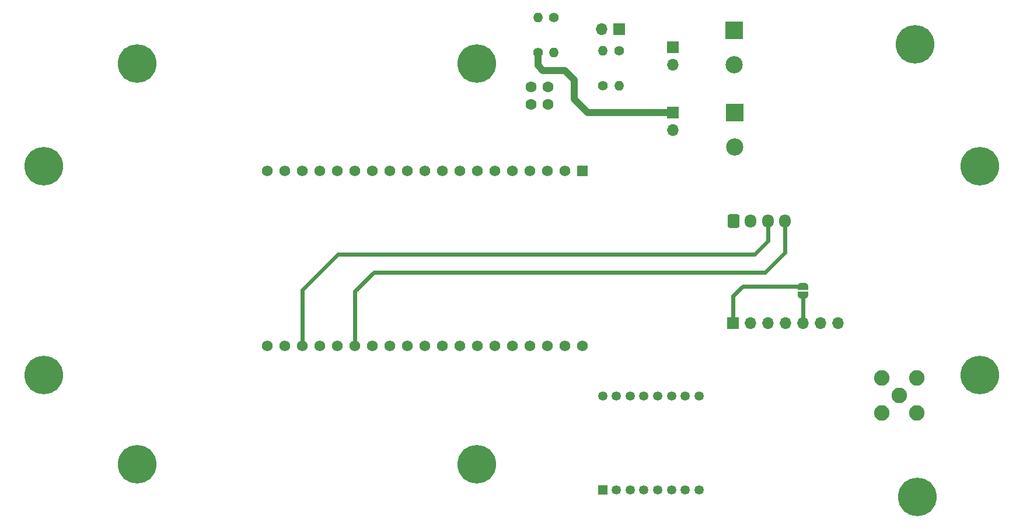
<source format=gbr>
%TF.GenerationSoftware,KiCad,Pcbnew,6.0.2+dfsg-1*%
%TF.CreationDate,2023-05-08T14:40:52+02:00*%
%TF.ProjectId,sensor,73656e73-6f72-42e6-9b69-6361645f7063,rev?*%
%TF.SameCoordinates,Original*%
%TF.FileFunction,Copper,L1,Top*%
%TF.FilePolarity,Positive*%
%FSLAX46Y46*%
G04 Gerber Fmt 4.6, Leading zero omitted, Abs format (unit mm)*
G04 Created by KiCad (PCBNEW 6.0.2+dfsg-1) date 2023-05-08 14:40:52*
%MOMM*%
%LPD*%
G01*
G04 APERTURE LIST*
G04 Aperture macros list*
%AMRoundRect*
0 Rectangle with rounded corners*
0 $1 Rounding radius*
0 $2 $3 $4 $5 $6 $7 $8 $9 X,Y pos of 4 corners*
0 Add a 4 corners polygon primitive as box body*
4,1,4,$2,$3,$4,$5,$6,$7,$8,$9,$2,$3,0*
0 Add four circle primitives for the rounded corners*
1,1,$1+$1,$2,$3*
1,1,$1+$1,$4,$5*
1,1,$1+$1,$6,$7*
1,1,$1+$1,$8,$9*
0 Add four rect primitives between the rounded corners*
20,1,$1+$1,$2,$3,$4,$5,0*
20,1,$1+$1,$4,$5,$6,$7,0*
20,1,$1+$1,$6,$7,$8,$9,0*
20,1,$1+$1,$8,$9,$2,$3,0*%
%AMFreePoly0*
4,1,22,0.500000,-0.750000,0.000000,-0.750000,0.000000,-0.745033,-0.079941,-0.743568,-0.215256,-0.701293,-0.333266,-0.622738,-0.424486,-0.514219,-0.481581,-0.384460,-0.499164,-0.250000,-0.500000,-0.250000,-0.500000,0.250000,-0.499164,0.250000,-0.499963,0.256109,-0.478152,0.396186,-0.417904,0.524511,-0.324060,0.630769,-0.204165,0.706417,-0.067858,0.745374,0.000000,0.744959,0.000000,0.750000,
0.500000,0.750000,0.500000,-0.750000,0.500000,-0.750000,$1*%
%AMFreePoly1*
4,1,20,0.000000,0.744959,0.073905,0.744508,0.209726,0.703889,0.328688,0.626782,0.421226,0.519385,0.479903,0.390333,0.500000,0.250000,0.500000,-0.250000,0.499851,-0.262216,0.476331,-0.402017,0.414519,-0.529596,0.319384,-0.634700,0.198574,-0.708877,0.061801,-0.746166,0.000000,-0.745033,0.000000,-0.750000,-0.500000,-0.750000,-0.500000,0.750000,0.000000,0.750000,0.000000,0.744959,
0.000000,0.744959,$1*%
G04 Aperture macros list end*
%TA.AperFunction,ComponentPad*%
%ADD10C,5.600000*%
%TD*%
%TA.AperFunction,ComponentPad*%
%ADD11RoundRect,0.250000X-0.600000X-0.725000X0.600000X-0.725000X0.600000X0.725000X-0.600000X0.725000X0*%
%TD*%
%TA.AperFunction,ComponentPad*%
%ADD12O,1.700000X1.950000*%
%TD*%
%TA.AperFunction,ComponentPad*%
%ADD13C,1.400000*%
%TD*%
%TA.AperFunction,ComponentPad*%
%ADD14O,1.400000X1.400000*%
%TD*%
%TA.AperFunction,ComponentPad*%
%ADD15R,2.500000X2.500000*%
%TD*%
%TA.AperFunction,ComponentPad*%
%ADD16C,2.500000*%
%TD*%
%TA.AperFunction,ComponentPad*%
%ADD17C,1.600000*%
%TD*%
%TA.AperFunction,ComponentPad*%
%ADD18R,1.700000X1.700000*%
%TD*%
%TA.AperFunction,ComponentPad*%
%ADD19O,1.700000X1.700000*%
%TD*%
%TA.AperFunction,SMDPad,CuDef*%
%ADD20FreePoly0,90.000000*%
%TD*%
%TA.AperFunction,SMDPad,CuDef*%
%ADD21FreePoly1,90.000000*%
%TD*%
%TA.AperFunction,ComponentPad*%
%ADD22R,1.560000X1.560000*%
%TD*%
%TA.AperFunction,ComponentPad*%
%ADD23C,1.560000*%
%TD*%
%TA.AperFunction,ComponentPad*%
%ADD24R,1.350000X1.350000*%
%TD*%
%TA.AperFunction,ComponentPad*%
%ADD25C,1.350000*%
%TD*%
%TA.AperFunction,ComponentPad*%
%ADD26C,2.250000*%
%TD*%
%TA.AperFunction,Conductor*%
%ADD27C,0.600000*%
%TD*%
%TA.AperFunction,Conductor*%
%ADD28C,1.000000*%
%TD*%
G04 APERTURE END LIST*
D10*
%TO.P,REF\u002A\u002A,1*%
%TO.N,N/C*%
X184950000Y-106050000D03*
%TD*%
D11*
%TO.P,I2C_Sensor_out,1,Pin_1*%
%TO.N,VCC*%
X158260000Y-66000000D03*
D12*
%TO.P,I2C_Sensor_out,2,Pin_2*%
%TO.N,GND*%
X160760000Y-66000000D03*
%TO.P,I2C_Sensor_out,3,Pin_3*%
%TO.N,SCL*%
X163260000Y-66000000D03*
%TO.P,I2C_Sensor_out,4,Pin_4*%
%TO.N,SDA*%
X165760000Y-66000000D03*
%TD*%
D13*
%TO.P,R2,1*%
%TO.N,V_PANEL*%
X132200000Y-36460000D03*
D14*
%TO.P,R2,2*%
%TO.N,GND*%
X132200000Y-41540000D03*
%TD*%
D15*
%TO.P,V_BAT_IN,1,Pin_1*%
%TO.N,Net-(J6-Pad1)*%
X158400000Y-38300000D03*
D16*
%TO.P,V_BAT_IN,2,Pin_2*%
%TO.N,GND*%
X158400000Y-43300000D03*
%TD*%
D10*
%TO.P,REF\u002A\u002A,1*%
%TO.N,N/C*%
X58200000Y-88300000D03*
%TD*%
D17*
%TO.P,C2,1*%
%TO.N,V_BAT*%
X131350000Y-49000000D03*
%TO.P,C2,2*%
%TO.N,GND*%
X131350000Y-46500000D03*
%TD*%
D15*
%TO.P,V_BAT_OUT,1,Pin_1*%
%TO.N,Net-(J4-Pad1)*%
X158500000Y-50200000D03*
D16*
%TO.P,V_BAT_OUT,2,Pin_2*%
%TO.N,GND*%
X158500000Y-55200000D03*
%TD*%
D18*
%TO.P,PS +3\u002C3V,1,Pin_1*%
%TO.N,VCC*%
X149500000Y-40725000D03*
D19*
%TO.P,PS +3\u002C3V,2,Pin_2*%
%TO.N,GND*%
X149500000Y-43265000D03*
%TD*%
D10*
%TO.P,REF\u002A\u002A,1*%
%TO.N,N/C*%
X194000000Y-88300000D03*
%TD*%
D18*
%TO.P,PANEL_OUT,1,Pin_1*%
%TO.N,Net-(J4-Pad1)*%
X149500000Y-50260000D03*
D19*
%TO.P,PANEL_OUT,2,Pin_2*%
%TO.N,GND*%
X149500000Y-52800000D03*
%TD*%
D13*
%TO.P,R4,1*%
%TO.N,V_BAT*%
X139300000Y-46340000D03*
D14*
%TO.P,R4,2*%
%TO.N,GND*%
X139300000Y-41260000D03*
%TD*%
D10*
%TO.P,REF\u002A\u002A,1*%
%TO.N,N/C*%
X58200000Y-58050000D03*
%TD*%
D13*
%TO.P,R3,1*%
%TO.N,Net-(J6-Pad1)*%
X141700000Y-41260000D03*
D14*
%TO.P,R3,2*%
%TO.N,V_BAT*%
X141700000Y-46340000D03*
%TD*%
D10*
%TO.P,REF\u002A\u002A,1*%
%TO.N,N/C*%
X71800000Y-101300000D03*
%TD*%
%TO.P,REF\u002A\u002A,1*%
%TO.N,N/C*%
X121000000Y-43100000D03*
%TD*%
D17*
%TO.P,C1,1*%
%TO.N,V_PANEL*%
X128900000Y-49000000D03*
%TO.P,C1,2*%
%TO.N,GND*%
X128900000Y-46500000D03*
%TD*%
D13*
%TO.P,R1,1*%
%TO.N,Net-(J4-Pad1)*%
X129900000Y-41500000D03*
D14*
%TO.P,R1,2*%
%TO.N,V_PANEL*%
X129900000Y-36420000D03*
%TD*%
D20*
%TO.P,Address,1,A*%
%TO.N,Net-(J3-Pad5)*%
X168360000Y-76750000D03*
D21*
%TO.P,Address,2,B*%
%TO.N,VCC*%
X168360000Y-75450000D03*
%TD*%
D18*
%TO.P,BAT_OUT,1,Pin_1*%
%TO.N,Net-(J6-Pad1)*%
X141725000Y-38100000D03*
D19*
%TO.P,BAT_OUT,2,Pin_2*%
%TO.N,GND*%
X139185000Y-38100000D03*
%TD*%
D10*
%TO.P,REF\u002A\u002A,1*%
%TO.N,N/C*%
X71800000Y-43100000D03*
%TD*%
%TO.P,REF\u002A\u002A,1*%
%TO.N,N/C*%
X121000000Y-101300000D03*
%TD*%
D22*
%TO.P,U1,1,3V3*%
%TO.N,VCC*%
X136360000Y-58700000D03*
D23*
%TO.P,U1,2,CHIP_PU*%
%TO.N,unconnected-(U1-Pad2)*%
X133820000Y-58700000D03*
%TO.P,U1,3,SENSOR_VP/GPIO36/ADC1_CH0*%
%TO.N,V_BAT*%
X131280000Y-58700000D03*
%TO.P,U1,4,SENSOR_VN/GPIO39/ADC1_CH3*%
%TO.N,V_PANEL*%
X128740000Y-58700000D03*
%TO.P,U1,5,VDET_1/GPIO34/ADC1_CH6*%
%TO.N,unconnected-(U1-Pad5)*%
X126200000Y-58700000D03*
%TO.P,U1,6,VDET_2/GPIO35/ADC1_CH7*%
%TO.N,unconnected-(U1-Pad6)*%
X123660000Y-58700000D03*
%TO.P,U1,7,32K_XP/GPIO32/ADC1_CH4*%
%TO.N,unconnected-(U1-Pad7)*%
X121120000Y-58700000D03*
%TO.P,U1,8,32K_XN/GPIO33/ADC1_CH5*%
%TO.N,unconnected-(U1-Pad8)*%
X118580000Y-58700000D03*
%TO.P,U1,9,DAC_1/ADC2_CH8/GPIO25*%
%TO.N,unconnected-(U1-Pad9)*%
X116040000Y-58700000D03*
%TO.P,U1,10,DAC_2/ADC2_CH9/GPIO26*%
%TO.N,unconnected-(U1-Pad10)*%
X113500000Y-58700000D03*
%TO.P,U1,11,ADC2_CH7/GPIO27*%
%TO.N,unconnected-(U1-Pad11)*%
X110960000Y-58700000D03*
%TO.P,U1,12,MTMS/GPIO14/ADC2_CH6*%
%TO.N,Net-(U1-Pad12)*%
X108420000Y-58700000D03*
%TO.P,U1,13,\u002AMTDI/GPIO12/ADC2_CH5*%
%TO.N,unconnected-(U1-Pad13)*%
X105880000Y-58700000D03*
%TO.P,U1,14,GND*%
%TO.N,GND*%
X103340000Y-58700000D03*
%TO.P,U1,15,MTCK/GPIO13/ADC2_CH4*%
%TO.N,unconnected-(U1-Pad15)*%
X100800000Y-58700000D03*
%TO.P,U1,16,SD_DATA2/GPIO9*%
%TO.N,unconnected-(U1-Pad16)*%
X98260000Y-58700000D03*
%TO.P,U1,17,SD_DATA3/GPIO10*%
%TO.N,unconnected-(U1-Pad17)*%
X95720000Y-58700000D03*
%TO.P,U1,18,CMD*%
%TO.N,unconnected-(U1-Pad18)*%
X93180000Y-58700000D03*
%TO.P,U1,19,5V*%
%TO.N,unconnected-(U1-Pad19)*%
X90640000Y-58700000D03*
%TO.P,U1,20,SD_CLK/GPIO6*%
%TO.N,unconnected-(U1-Pad20)*%
X136360000Y-84100000D03*
%TO.P,U1,21,SD_DATA0/GPIO7*%
%TO.N,unconnected-(U1-Pad21)*%
X133820000Y-84100000D03*
%TO.P,U1,22,SD_DATA1/GPIO8*%
%TO.N,unconnected-(U1-Pad22)*%
X131280000Y-84100000D03*
%TO.P,U1,23,\u002AMTDO/GPIO15/ADC2_CH3*%
%TO.N,unconnected-(U1-Pad23)*%
X128740000Y-84100000D03*
%TO.P,U1,24,ADC2_CH2/\u002AGPIO2*%
%TO.N,DI0*%
X126200000Y-84100000D03*
%TO.P,U1,25,\u002AGPIO0/BOOT/ADC2_CH1*%
%TO.N,unconnected-(U1-Pad25)*%
X123660000Y-84100000D03*
%TO.P,U1,26,ADC2_CH0/GPIO4*%
%TO.N,unconnected-(U1-Pad26)*%
X121120000Y-84100000D03*
%TO.P,U1,27,GPIO16*%
%TO.N,unconnected-(U1-Pad27)*%
X118580000Y-84100000D03*
%TO.P,U1,28,GPIO17*%
%TO.N,unconnected-(U1-Pad28)*%
X116040000Y-84100000D03*
%TO.P,U1,29,\u002AGPIO5*%
%TO.N,NSS*%
X113500000Y-84100000D03*
%TO.P,U1,30,GPIO18*%
%TO.N,CLK*%
X110960000Y-84100000D03*
%TO.P,U1,31,GPIO19*%
%TO.N,MISO*%
X108420000Y-84100000D03*
%TO.P,U1,32,GND*%
%TO.N,GND*%
X105880000Y-84100000D03*
%TO.P,U1,33,GPIO21*%
%TO.N,SDA*%
X103340000Y-84100000D03*
%TO.P,U1,34,U0RXD/GPIO3*%
%TO.N,unconnected-(U1-Pad34)*%
X100800000Y-84100000D03*
%TO.P,U1,35,U0TXD/GPIO1*%
%TO.N,unconnected-(U1-Pad35)*%
X98260000Y-84100000D03*
%TO.P,U1,36,GPIO22*%
%TO.N,SCL*%
X95720000Y-84100000D03*
%TO.P,U1,37,GPIO23*%
%TO.N,MOSI*%
X93180000Y-84100000D03*
%TO.P,U1,38,GND*%
%TO.N,GND*%
X90640000Y-84100000D03*
%TD*%
D10*
%TO.P,REF\u002A\u002A,1*%
%TO.N,N/C*%
X194000000Y-58050000D03*
%TD*%
D24*
%TO.P,U2,1,GND*%
%TO.N,GND*%
X139292500Y-105007500D03*
D25*
%TO.P,U2,2,MISO*%
%TO.N,MISO*%
X141292500Y-105007500D03*
%TO.P,U2,3,MOSI*%
%TO.N,MOSI*%
X143292500Y-105007500D03*
%TO.P,U2,4,SCK*%
%TO.N,CLK*%
X145292500Y-105007500D03*
%TO.P,U2,5,NSS*%
%TO.N,NSS*%
X147292500Y-105007500D03*
%TO.P,U2,6,RESET*%
%TO.N,Net-(U1-Pad12)*%
X149292500Y-105007500D03*
%TO.P,U2,7,DIO5*%
%TO.N,unconnected-(U2-Pad7)*%
X151292500Y-105007500D03*
%TO.P,U2,8,GND*%
%TO.N,GND*%
X153292500Y-105007500D03*
%TO.P,U2,9,ANT*%
%TO.N,Net-(J1-Pad1)*%
X153292500Y-91407500D03*
%TO.P,U2,10,GND*%
%TO.N,GND*%
X151292500Y-91407500D03*
%TO.P,U2,11,DIO3*%
%TO.N,unconnected-(U2-Pad11)*%
X149292500Y-91407500D03*
%TO.P,U2,12,DIO4*%
%TO.N,unconnected-(U2-Pad12)*%
X147292500Y-91407500D03*
%TO.P,U2,13,3.3V*%
%TO.N,VCC*%
X145292500Y-91407500D03*
%TO.P,U2,14,DIO0*%
%TO.N,DI0*%
X143292500Y-91407500D03*
%TO.P,U2,15,DIO1*%
%TO.N,unconnected-(U2-Pad15)*%
X141292500Y-91407500D03*
%TO.P,U2,16,DIO2*%
%TO.N,unconnected-(U2-Pad16)*%
X139292500Y-91407500D03*
%TD*%
D26*
%TO.P,Antenna,1,In*%
%TO.N,Net-(J1-Pad1)*%
X182300000Y-91250000D03*
%TO.P,Antenna,2,Ext*%
%TO.N,GND*%
X184840000Y-93790000D03*
X179760000Y-88710000D03*
X184840000Y-88710000D03*
X179760000Y-93790000D03*
%TD*%
D18*
%TO.P,J3,1,Pin_1*%
%TO.N,VCC*%
X158240000Y-80800000D03*
D19*
%TO.P,J3,2,Pin_2*%
%TO.N,GND*%
X160780000Y-80800000D03*
%TO.P,J3,3,Pin_3*%
%TO.N,SCL*%
X163320000Y-80800000D03*
%TO.P,J3,4,Pin_4*%
%TO.N,SDA*%
X165860000Y-80800000D03*
%TO.P,J3,5,Pin_5*%
%TO.N,Net-(J3-Pad5)*%
X168400000Y-80800000D03*
%TO.P,J3,6,Pin_6*%
%TO.N,unconnected-(J3-Pad6)*%
X170940000Y-80800000D03*
%TO.P,J3,7,Pin_7*%
%TO.N,unconnected-(J3-Pad7)*%
X173480000Y-80800000D03*
%TD*%
D10*
%TO.P,REF\u002A\u002A,1*%
%TO.N,N/C*%
X184650000Y-40350000D03*
%TD*%
D27*
%TO.N,VCC*%
X168360000Y-75450000D02*
X159610000Y-75450000D01*
X159610000Y-75450000D02*
X158240000Y-76820000D01*
X158240000Y-76820000D02*
X158240000Y-80800000D01*
%TO.N,SDA*%
X106100000Y-73400000D02*
X103340000Y-76160000D01*
X103340000Y-76160000D02*
X103340000Y-84100000D01*
X165760000Y-66000000D02*
X165760000Y-70540000D01*
X165760000Y-70540000D02*
X162900000Y-73400000D01*
X162900000Y-73400000D02*
X106100000Y-73400000D01*
%TO.N,SCL*%
X161300000Y-70800000D02*
X100900000Y-70800000D01*
X95720000Y-75980000D02*
X95720000Y-84100000D01*
X163260000Y-68840000D02*
X161300000Y-70800000D01*
X100900000Y-70800000D02*
X95720000Y-75980000D01*
X163260000Y-66000000D02*
X163260000Y-68840000D01*
%TO.N,Net-(J3-Pad5)*%
X168360000Y-80760000D02*
X168400000Y-80800000D01*
X168360000Y-76750000D02*
X168360000Y-80760000D01*
D28*
%TO.N,Net-(J4-Pad1)*%
X129900000Y-43400000D02*
X129900000Y-41500000D01*
X135200000Y-45500000D02*
X133800000Y-44100000D01*
X135200000Y-48300000D02*
X135200000Y-45500000D01*
X130600000Y-44100000D02*
X129900000Y-43400000D01*
X133800000Y-44100000D02*
X130600000Y-44100000D01*
X149500000Y-50260000D02*
X137160000Y-50260000D01*
X137160000Y-50260000D02*
X135200000Y-48300000D01*
%TD*%
M02*

</source>
